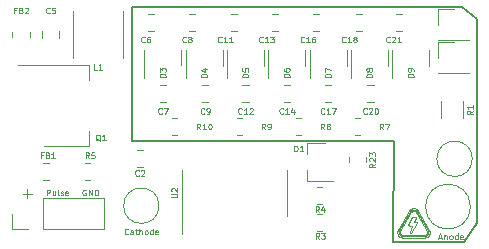
<source format=gto>
%TF.GenerationSoftware,KiCad,Pcbnew,5.99.0-unknown-50e22de3ba~95~ubuntu20.04.1*%
%TF.CreationDate,2021-01-19T20:46:23+09:00*%
%TF.ProjectId,OpenRover-4,4f70656e-526f-4766-9572-2d342e6b6963,rev?*%
%TF.SameCoordinates,Original*%
%TF.FileFunction,Legend,Top*%
%TF.FilePolarity,Positive*%
%FSLAX46Y46*%
G04 Gerber Fmt 4.6, Leading zero omitted, Abs format (unit mm)*
G04 Created by KiCad (PCBNEW 5.99.0-unknown-50e22de3ba~95~ubuntu20.04.1) date 2021-01-19 20:46:23*
%MOMM*%
%LPD*%
G01*
G04 APERTURE LIST*
%ADD10C,0.104000*%
%ADD11C,0.150000*%
%ADD12C,0.100000*%
%ADD13C,0.075000*%
%ADD14C,0.120000*%
G04 APERTURE END LIST*
D10*
X161436980Y-75498755D02*
X161437391Y-75502677D01*
X160887229Y-76750508D02*
X160887310Y-76747645D01*
X162376305Y-76752040D02*
X162376857Y-76735256D01*
X160271107Y-77071537D02*
X160281655Y-77072394D01*
X161067423Y-76205072D02*
X160854561Y-76205072D01*
X161100741Y-75475785D02*
X161101903Y-75473824D01*
X162590413Y-76813324D02*
X162585701Y-76841717D01*
X161015608Y-74764963D02*
X161028354Y-74758420D01*
X161151872Y-74718931D02*
X161166417Y-74716790D01*
X159861274Y-76813324D02*
X159858448Y-76784773D01*
X160887450Y-76756197D02*
X160887277Y-76753360D01*
X160902250Y-76792067D02*
X160900478Y-76789863D01*
X161548742Y-75926509D02*
X161550938Y-75930368D01*
X161547096Y-75996606D02*
X161003830Y-76787363D01*
X161611029Y-74935342D02*
X161611029Y-74935342D01*
X161268181Y-74843509D02*
X161257722Y-74842315D01*
X160933091Y-76812469D02*
X160931313Y-76811896D01*
X162411916Y-76932770D02*
X162423181Y-76914636D01*
X159917799Y-76533746D02*
X160840645Y-74935342D01*
X162593240Y-76784773D02*
X162590413Y-76813324D01*
X162333194Y-77161559D02*
X162320020Y-77167261D01*
X161101903Y-75473824D02*
X161103129Y-75471914D01*
X161302433Y-74944458D02*
X161294269Y-74942134D01*
X159988227Y-76796877D02*
X159991583Y-76817112D01*
X160214629Y-77192335D02*
X160186282Y-77185761D01*
X162270790Y-77049117D02*
X162289417Y-77040692D01*
X162466141Y-76756122D02*
X162465470Y-76735722D01*
X161099646Y-75477794D02*
X161100741Y-75475785D01*
X160954944Y-76814943D02*
X160951111Y-76815057D01*
X161110159Y-75463155D02*
X161111733Y-75461570D01*
X160791149Y-76133010D02*
X160791780Y-76129052D01*
X160854561Y-76205072D02*
X160854561Y-76205072D01*
X162533874Y-76533746D02*
X162548009Y-76560162D01*
X162287236Y-76932044D02*
X162299598Y-76920441D01*
X160229862Y-77064778D02*
X160240019Y-77066960D01*
X161377703Y-75443573D02*
X161381711Y-75443953D01*
X160790767Y-76136990D02*
X160791149Y-76133010D01*
X160273053Y-77199954D02*
X160243576Y-77197079D01*
X162211663Y-77066966D02*
X162231865Y-77062282D01*
X161423319Y-74758410D02*
X161448585Y-74771907D01*
X160335998Y-76995996D02*
X160335998Y-76995996D01*
X160969946Y-76812239D02*
X160966266Y-76813247D01*
X161142758Y-75444902D02*
X161144973Y-75444462D01*
X160144260Y-77031051D02*
X160153181Y-77036008D01*
X160922529Y-74831758D02*
X160933219Y-74822050D01*
X160110186Y-76865610D02*
X160114714Y-76873163D01*
X161252078Y-74934510D02*
X161243401Y-74933804D01*
X160039766Y-76932748D02*
X160045782Y-76941451D01*
X161410297Y-74899411D02*
X161401897Y-74893592D01*
X160028501Y-76597665D02*
X160018433Y-76616482D01*
X161098618Y-75479852D02*
X161098618Y-75479852D01*
X161363623Y-74972147D02*
X161356422Y-74967828D01*
X160275840Y-76989160D02*
X160284196Y-76990956D01*
X160105519Y-77155458D02*
X160080254Y-77141962D01*
X161547037Y-75996362D02*
X161547096Y-75996606D01*
X161437440Y-75041550D02*
X161432286Y-75034591D01*
X159933609Y-77003990D02*
X159917799Y-76978540D01*
X160823703Y-76197147D02*
X160820275Y-76195117D01*
X160791718Y-76152876D02*
X160791110Y-76148934D01*
X160094715Y-76636153D02*
X160088637Y-76652239D01*
X162200337Y-76982207D02*
X162216134Y-76976278D01*
X160807968Y-76184929D02*
X160805296Y-76181892D01*
X160904125Y-76794196D02*
X160902250Y-76792067D01*
X161451660Y-75063623D02*
X161447132Y-75056069D01*
X160152104Y-76920409D02*
X160158198Y-76926319D01*
X160929544Y-76811259D02*
X160927787Y-76810558D01*
X160200092Y-77056311D02*
X160209892Y-77059450D01*
X161518454Y-74822036D02*
X161539539Y-74841827D01*
X160790748Y-76144964D02*
X160790634Y-76140978D01*
X160888949Y-76736157D02*
X160889696Y-76733296D01*
X161463538Y-74947785D02*
X161456570Y-74940081D01*
X161140568Y-75445419D02*
X161142758Y-75444902D01*
X160906100Y-76796246D02*
X160904125Y-76794196D01*
X162533874Y-76978540D02*
X162526152Y-76991428D01*
D11*
X137414000Y-69000000D02*
X159529629Y-69000000D01*
D10*
X160980552Y-76807922D02*
X160977099Y-76809574D01*
X160962533Y-76814035D02*
X160958755Y-76814601D01*
X161349083Y-74963749D02*
X161341612Y-74959912D01*
X159857506Y-76756143D02*
X159858448Y-76727513D01*
X160302992Y-77073083D02*
X160302992Y-77073083D01*
X160864893Y-74897676D02*
X160873682Y-74885801D01*
X161556888Y-75946782D02*
X161557648Y-75951032D01*
X161243401Y-74933804D02*
X161234657Y-74933379D01*
X162246272Y-76961433D02*
X162260532Y-76952563D01*
X160892072Y-76775287D02*
X160891059Y-76772670D01*
X161285258Y-74716788D02*
X161314206Y-74721533D01*
X162265395Y-77185742D02*
X162251300Y-77189256D01*
X161033163Y-74905473D02*
X161017319Y-74918495D01*
X160816976Y-76192875D02*
X160813819Y-76190425D01*
X162465470Y-76735722D02*
X162463456Y-76715379D01*
X162423181Y-76597665D02*
X161500328Y-74999246D01*
X160302992Y-77200922D02*
X160302992Y-77200922D01*
X162368016Y-76668579D02*
X162363044Y-76652257D01*
X161390945Y-74991752D02*
X161384347Y-74986507D01*
X160119456Y-76880522D02*
X160124406Y-76887682D01*
X162306644Y-77172535D02*
X162293076Y-77177377D01*
X162399636Y-76949938D02*
X162411916Y-76932770D01*
X160922590Y-76808054D02*
X160919960Y-76806667D01*
X160250283Y-77068817D02*
X160260648Y-77070343D01*
X160926041Y-76809791D02*
X160924308Y-76808957D01*
X160028501Y-76914621D02*
X160028501Y-76914621D01*
X161426935Y-75027836D02*
X161421390Y-75021288D01*
X160118527Y-77014450D02*
X160126927Y-77020269D01*
X162509623Y-77016199D02*
X162500835Y-77028071D01*
X162460100Y-76817103D02*
X162463456Y-76796869D01*
X161105766Y-75468248D02*
X161107174Y-75466495D01*
X162150519Y-76993744D02*
X162167490Y-76990963D01*
X159996282Y-76675083D02*
X159991583Y-76695145D01*
X161431860Y-75533746D02*
X161431860Y-75533746D01*
X162472472Y-77061577D02*
X162462381Y-77072025D01*
X162395748Y-77126807D02*
X162383709Y-77134574D01*
X162170028Y-77072394D02*
X162191035Y-77070346D01*
X162463456Y-76715379D02*
X162460100Y-76695149D01*
X160840645Y-74935342D02*
X160840645Y-74935342D01*
X160792572Y-76156779D02*
X160791718Y-76152876D01*
X161041319Y-74752295D02*
X161054493Y-74746592D01*
X162322142Y-76894663D02*
X162332243Y-76880535D01*
X160131658Y-77167283D02*
X160105519Y-77155458D01*
X161539539Y-74841827D02*
X161559408Y-74863092D01*
X162451986Y-77082105D02*
X162441295Y-77091812D01*
X162320020Y-77167261D02*
X162306644Y-77172535D01*
X160110186Y-76865610D02*
X160110186Y-76865610D01*
X160895787Y-76782841D02*
X160894438Y-76780377D01*
X162115686Y-76995996D02*
X162133238Y-76995429D01*
X161404240Y-75451232D02*
X161407646Y-75453228D01*
X161338403Y-74860996D02*
X161328735Y-74857545D01*
X160190423Y-77052860D02*
X160200092Y-77056311D01*
X161370236Y-74736470D02*
X161397180Y-74746584D01*
X161174038Y-74938278D02*
X161157417Y-74942136D01*
X160158198Y-76926319D02*
X160164465Y-76932011D01*
X161456570Y-74940081D02*
X161449379Y-74932635D01*
X161393363Y-75446555D02*
X161397088Y-75447891D01*
X161277651Y-74938276D02*
X161269208Y-74936749D01*
X161001441Y-76790623D02*
X160998882Y-76793691D01*
X161547037Y-75996362D02*
X161547037Y-75996362D01*
X161483045Y-74972415D02*
X161476782Y-74963956D01*
X162423181Y-76914636D02*
X162433250Y-76895802D01*
X161476782Y-74963956D02*
X161470277Y-74955745D01*
X162372234Y-76981262D02*
X162386393Y-76966111D01*
X160889696Y-76733296D02*
X160890581Y-76730447D01*
X161110068Y-74959917D02*
X161095256Y-74967834D01*
X159858448Y-76784773D02*
X159857506Y-76756143D01*
X162407535Y-77118643D02*
X162395748Y-77126807D01*
X161318935Y-74854405D02*
X161309010Y-74851581D01*
X162423181Y-76914636D02*
X162423181Y-76914636D01*
X161553357Y-75984796D02*
X161551534Y-75988763D01*
X160951111Y-76815057D02*
X160951111Y-76815057D01*
X160074823Y-76735233D02*
X160075376Y-76752019D01*
X161347935Y-74864756D02*
X161338403Y-74860996D01*
X161356422Y-74967828D02*
X161349083Y-74963749D01*
X162222643Y-77194921D02*
X162208098Y-77197062D01*
X160079446Y-76981230D02*
X160086853Y-76988413D01*
X161558119Y-75955310D02*
X161558300Y-75959601D01*
X160850468Y-76204942D02*
X160846422Y-76204554D01*
X162449360Y-76857012D02*
X162455401Y-76837169D01*
X161527408Y-75905363D02*
X161531004Y-75907702D01*
X162163702Y-77200664D02*
X162148678Y-77200906D01*
X161334012Y-74956320D02*
X161326289Y-74952975D01*
X161225838Y-74840768D02*
X161225838Y-74840768D01*
X162349784Y-76620355D02*
X162341497Y-76604868D01*
X161370680Y-74976701D02*
X161363623Y-74972147D01*
X161225838Y-74840768D02*
X161225838Y-74840768D01*
X160235557Y-76976258D02*
X160243398Y-76979351D01*
X161373650Y-75443445D02*
X161377703Y-75443573D01*
X162184109Y-76987109D02*
X162200337Y-76982207D01*
X161095256Y-74967834D02*
X161080996Y-74976707D01*
X159903668Y-76560162D02*
X159917799Y-76533746D01*
X160890581Y-76730447D02*
X160890581Y-76730447D01*
X161494368Y-75896173D02*
X161494368Y-75896173D01*
X160958755Y-76814601D02*
X160954944Y-76814943D01*
X161384347Y-74986507D02*
X161377590Y-74981489D01*
X161550938Y-75930368D02*
X161552863Y-75934354D01*
X160805296Y-76181892D02*
X160802806Y-76178672D01*
X160318446Y-76995428D02*
X160327191Y-76995854D01*
X161122939Y-74857529D02*
X161103738Y-74864735D01*
X161142664Y-74851570D02*
X161122939Y-74857529D01*
X161549427Y-75992623D02*
X161547037Y-75996362D01*
X159861274Y-76698962D02*
X159865984Y-76670570D01*
X161225849Y-74933237D02*
X161208294Y-74933805D01*
X161426531Y-74911886D02*
X161418510Y-74905510D01*
X161503158Y-75896777D02*
X161507453Y-75897522D01*
X161081438Y-74736476D02*
X161095191Y-74732072D01*
X161419898Y-75463244D02*
X161422567Y-75466230D01*
X161472908Y-74787037D02*
X161496221Y-74803760D01*
X160820275Y-76195117D02*
X160816976Y-76192875D01*
X161409742Y-75008823D02*
X161403648Y-75002913D01*
X160910343Y-76800094D02*
X160908173Y-76798213D01*
X161126039Y-75451082D02*
X161128016Y-75450062D01*
X160888171Y-76761807D02*
X160887749Y-76759014D01*
X160962613Y-74981094D02*
X160951347Y-74999231D01*
X160281655Y-77072394D02*
X160292285Y-77072910D01*
X160259413Y-76984775D02*
X160267578Y-76987099D01*
X160889378Y-76767309D02*
X160888715Y-76764574D01*
X162357209Y-76995362D02*
X162372234Y-76981262D01*
X161555838Y-75942576D02*
X161556888Y-75946782D01*
X159986213Y-76776530D02*
X159988227Y-76796877D01*
X161130028Y-75449110D02*
X161132075Y-75448228D01*
X161103738Y-74864735D02*
X161085112Y-74873161D01*
X160940273Y-76814161D02*
X160938470Y-76813825D01*
X161234657Y-74933379D02*
X161225849Y-74933237D01*
X160075376Y-76718447D02*
X160074823Y-76735233D01*
X161156338Y-75443445D02*
X161156338Y-75443445D01*
X161138402Y-75446011D02*
X161140568Y-75445419D01*
X161537700Y-75913093D02*
X161540774Y-75916129D01*
X160158602Y-77177398D02*
X160131658Y-77167283D01*
X160267578Y-76987099D02*
X160275840Y-76989160D01*
X161002294Y-74932597D02*
X160988135Y-74947749D01*
X160908173Y-76798213D02*
X160906100Y-76796246D01*
X159865984Y-76841717D02*
X159861274Y-76813324D01*
X162518066Y-77003983D02*
X162509623Y-77016199D01*
X160936671Y-76813432D02*
X160934878Y-76812981D01*
X161149466Y-75443814D02*
X161151740Y-75443610D01*
X160842433Y-76203916D02*
X160838510Y-76203031D01*
X159891421Y-76587131D02*
X159903668Y-76560162D01*
X160873682Y-74885801D02*
X160882809Y-74874276D01*
X161431860Y-75533746D02*
X161267559Y-75896173D01*
X162463456Y-76796869D02*
X162465470Y-76776523D01*
X161500328Y-74999246D02*
X161494824Y-74990064D01*
X161427360Y-75472742D02*
X161429451Y-75476224D01*
X161415658Y-75014949D02*
X161409742Y-75008823D01*
X160129559Y-76894642D02*
X160134911Y-76901397D01*
X162570624Y-76897711D02*
X162560259Y-76925155D01*
X160102293Y-77001977D02*
X160110314Y-77008352D01*
X160973560Y-76811014D02*
X160969946Y-76812239D01*
X162341497Y-76604883D02*
X161866972Y-75782968D01*
X160951347Y-74999231D02*
X160028501Y-76597665D01*
X161866972Y-75782968D02*
X161866972Y-75782968D01*
X160327191Y-76995854D02*
X160335998Y-76995996D01*
X160802806Y-76178672D02*
X160800510Y-76175272D01*
X159881058Y-76897711D02*
X159872579Y-76869872D01*
X161144973Y-75444462D02*
X161147209Y-75444099D01*
X160902043Y-74852290D02*
X160912134Y-74841840D01*
X160212763Y-76965484D02*
X160220234Y-76969321D01*
X161434295Y-75487207D02*
X161435431Y-75491008D01*
X162455401Y-76675089D02*
X162449360Y-76655254D01*
X160966978Y-74795215D02*
X160978765Y-74787050D01*
X160184256Y-76947744D02*
X160191165Y-76952532D01*
X161511664Y-75898551D02*
X161515777Y-75899857D01*
X162526152Y-76991428D02*
X162518066Y-77003983D01*
X161147209Y-75444099D02*
X161149466Y-75443814D01*
X161191010Y-74935493D02*
X161174038Y-74938278D01*
X160114714Y-76873163D02*
X160119456Y-76880522D01*
X159858448Y-76727513D02*
X159861274Y-76698962D01*
X160791110Y-76148934D02*
X160790748Y-76144964D01*
X160171503Y-77045036D02*
X160180891Y-77049100D01*
X161030287Y-75021293D02*
X161019393Y-75034596D01*
X162293076Y-77177377D02*
X162279323Y-77181780D01*
X160974892Y-74963924D02*
X160962613Y-74981094D01*
X162311247Y-76907973D02*
X162322142Y-76894663D01*
X160887277Y-76753360D02*
X160887229Y-76750508D01*
X162251590Y-77056323D02*
X162270790Y-77049117D01*
X160912609Y-76801883D02*
X160910343Y-76800094D01*
X160990292Y-76801717D02*
X160987159Y-76803991D01*
X161403648Y-75002913D02*
X161397380Y-74997222D01*
X160284196Y-76990956D02*
X160292639Y-76992484D01*
X160912134Y-74841840D02*
X160922529Y-74831758D01*
D11*
X159494371Y-77589568D02*
X165471000Y-77580787D01*
D10*
X161534440Y-75910281D02*
X161537700Y-75913093D01*
X160164465Y-76932011D02*
X160170901Y-76937481D01*
X162148678Y-77200906D02*
X162148678Y-77200922D01*
X160887310Y-76747645D02*
X160887521Y-76744774D01*
X161500328Y-74999246D02*
X161500328Y-74999246D01*
X162383709Y-77134574D02*
X162371425Y-77141937D01*
X161267559Y-75896173D02*
X161267559Y-75896173D01*
X161558193Y-75963892D02*
X161557799Y-75968165D01*
X160914968Y-76803578D02*
X160912609Y-76801883D01*
X160227834Y-76972913D02*
X160235557Y-76976258D01*
X161611029Y-74935342D02*
X162533874Y-76533746D01*
X161141189Y-74947044D02*
X161125392Y-74952979D01*
X159865984Y-76670570D02*
X159872579Y-76642414D01*
X162560259Y-76925155D02*
X162548009Y-76952124D01*
X161401897Y-74893592D02*
X161393318Y-74888057D01*
X160892265Y-74863103D02*
X160902043Y-74852290D01*
X159988227Y-76715377D02*
X159986213Y-76735723D01*
X161019393Y-75034596D02*
X161009292Y-75048713D01*
X160083664Y-76801911D02*
X160088637Y-76818232D01*
X161225838Y-74840768D02*
X161204501Y-74841458D01*
X161120343Y-75454542D02*
X161122201Y-75453323D01*
X161341612Y-74959912D02*
X161334012Y-74956320D01*
D11*
X137414000Y-69000000D02*
X137414000Y-57658000D01*
D10*
X162356975Y-76834326D02*
X162363051Y-76818241D01*
X160094715Y-76834319D02*
X160101898Y-76850128D01*
X162533874Y-76533746D02*
X162533874Y-76533746D01*
X161381711Y-75443953D02*
X161385664Y-75444581D01*
X161067108Y-74882778D02*
X161049775Y-74893558D01*
X161557799Y-75968165D02*
X161557117Y-75972407D01*
X161115034Y-75458576D02*
X161116758Y-75457169D01*
X161397380Y-74997222D02*
X161390945Y-74991752D01*
X160220234Y-76969321D02*
X160227834Y-76972913D01*
X159872579Y-76869872D02*
X159865984Y-76841717D01*
X161098618Y-75479852D02*
X161099646Y-75477794D01*
X162279323Y-77181780D02*
X162265395Y-77185742D01*
X162491707Y-77039595D02*
X162482250Y-77050765D01*
X160813819Y-76190425D02*
X160810812Y-76187775D01*
X159969426Y-77050783D02*
X159950841Y-77028085D01*
X161407646Y-75453228D02*
X161410925Y-75455432D01*
X162433250Y-76895802D02*
X162441976Y-76876575D01*
X161151740Y-75443610D02*
X161154032Y-75443486D01*
X162358906Y-77148892D02*
X162346159Y-77155435D01*
X161132075Y-75448228D02*
X161134154Y-75447417D01*
X162386393Y-76966111D02*
X162399636Y-76949938D01*
X160798436Y-76171750D02*
X160796604Y-76168127D01*
X160205424Y-76961404D02*
X160212763Y-76965484D01*
X160080254Y-77141962D02*
X160055930Y-77126833D01*
X160796810Y-76113672D02*
X160796810Y-76113672D01*
X162299598Y-76920441D02*
X162311247Y-76907973D01*
X162324753Y-77020297D02*
X162341365Y-77008383D01*
X160101898Y-76620347D02*
X160094715Y-76636153D01*
X159917799Y-76978540D02*
X159903668Y-76952124D01*
X161294269Y-74942134D02*
X161286006Y-74940073D01*
X161003830Y-76787363D02*
X161001441Y-76790623D01*
X161113358Y-75460044D02*
X161115034Y-75458576D01*
X160032617Y-77110111D02*
X160010383Y-77091836D01*
X160996164Y-76796565D02*
X160993297Y-76799241D01*
X159985542Y-76756126D02*
X159986213Y-76776530D01*
X162167490Y-76990963D02*
X162184109Y-76987109D01*
X162346159Y-77155435D02*
X162333194Y-77161559D01*
X161181094Y-74715115D02*
X161195896Y-74713913D01*
X162341511Y-76865610D02*
X162341511Y-76865610D01*
X160124406Y-76887682D02*
X160129559Y-76894642D01*
X162460100Y-76695149D02*
X162455401Y-76675089D01*
X162307420Y-77031076D02*
X162324753Y-77020297D01*
X160840645Y-74935342D02*
X160848366Y-74922451D01*
X161255779Y-74713913D02*
X161285258Y-74716788D01*
X160094471Y-76995330D02*
X160102293Y-77001977D01*
X162441976Y-76876575D02*
X162449360Y-76857012D01*
X160966266Y-76813247D02*
X160962533Y-76814035D01*
X160800510Y-76175272D02*
X160798436Y-76171750D01*
X160856452Y-74909894D02*
X160864893Y-74897676D01*
X160924308Y-76808957D02*
X160922590Y-76808054D01*
X159903668Y-76952124D02*
X159891421Y-76925155D01*
X161000025Y-75063623D02*
X160110186Y-76604868D01*
X161000025Y-75063623D02*
X161000025Y-75063623D01*
X160018433Y-76616482D02*
X160009707Y-76635695D01*
X161166417Y-74716790D02*
X161181094Y-74715115D01*
X162594182Y-76756143D02*
X162593240Y-76784773D01*
X160260648Y-77070343D02*
X160271107Y-77071537D01*
X160110186Y-76604868D02*
X160101898Y-76620347D01*
X160922590Y-76808054D02*
X160922590Y-76808054D01*
X162465470Y-76776523D02*
X162466141Y-76756122D01*
D11*
X166597000Y-75992000D02*
X165471000Y-77580787D01*
D10*
X160838510Y-76203031D02*
X160834666Y-76201907D01*
X161507453Y-75897522D02*
X161511664Y-75898551D01*
X160302992Y-77200922D02*
X160273053Y-77199954D01*
X161085112Y-74873161D02*
X161067108Y-74882778D01*
X160079796Y-76785404D02*
X160083664Y-76801911D01*
X160988135Y-74947749D02*
X160974892Y-74963924D01*
X162560259Y-76587131D02*
X162570624Y-76614575D01*
X160009707Y-76876577D02*
X160018433Y-76895796D01*
X161328735Y-74857545D02*
X161318935Y-74854405D01*
X160793793Y-76121247D02*
X160795176Y-76117424D01*
X162148678Y-77200906D02*
X162148678Y-77200906D01*
X162148691Y-77073083D02*
X162148691Y-77073083D01*
X162455401Y-76837169D02*
X162460100Y-76817103D01*
X160887864Y-76741900D02*
X160888339Y-76739026D01*
X161288809Y-74846893D02*
X161278545Y-74845036D01*
X160146188Y-76914284D02*
X160152104Y-76920409D01*
X160796810Y-76113672D02*
X161098618Y-75479852D01*
X161550938Y-75930368D02*
X161550938Y-75930368D01*
X161017319Y-74918495D02*
X161002294Y-74932597D01*
X160942079Y-76814441D02*
X160940273Y-76814161D01*
X161554896Y-75980738D02*
X161553357Y-75984796D01*
X160790634Y-76140978D02*
X160790767Y-76136990D01*
X161437484Y-75510564D02*
X161437164Y-75514506D01*
X162433250Y-76616486D02*
X162423181Y-76597665D01*
X161866972Y-75782968D02*
X161451660Y-75063623D01*
X160955452Y-74803773D02*
X160966978Y-74795215D01*
X162376857Y-76735256D02*
X162376304Y-76718471D01*
X161437560Y-75506618D02*
X161437484Y-75510564D01*
X159989296Y-77072047D02*
X159969426Y-77050783D01*
X161125392Y-74952979D02*
X161110068Y-74959917D01*
X161154032Y-75443486D02*
X161156338Y-75443445D01*
X161225849Y-74933237D02*
X161225849Y-74933237D01*
X162579105Y-76869872D02*
X162570624Y-76897711D01*
X160888339Y-76739026D02*
X160888949Y-76736157D01*
X160209892Y-77059450D02*
X160219817Y-77062273D01*
X160309769Y-76994723D02*
X160318446Y-76995428D01*
X161437391Y-75502677D02*
X161437560Y-75506618D01*
X160848366Y-74922451D02*
X160856452Y-74909894D01*
X161384565Y-74882808D02*
X161375644Y-74877850D01*
X161373650Y-75443445D02*
X161373650Y-75443445D01*
X159917799Y-76978540D02*
X159917799Y-76978540D01*
X162332243Y-76880535D02*
X162341511Y-76865610D01*
X160162264Y-77040671D02*
X160171503Y-77045036D01*
X162148678Y-77200922D02*
X160302992Y-77200922D01*
X161448585Y-74771907D02*
X161472908Y-74787037D01*
X162449360Y-76655254D02*
X162441976Y-76635701D01*
X161498792Y-75896325D02*
X161503158Y-75896777D01*
X159986213Y-76735723D02*
X159985542Y-76756126D01*
X160977099Y-76809574D02*
X160973560Y-76811014D01*
X161393318Y-74888057D02*
X161384565Y-74882808D01*
X160083664Y-76668557D02*
X160079796Y-76685063D01*
X160058548Y-76958121D02*
X160065287Y-76966080D01*
X162585701Y-76841717D02*
X162579105Y-76869872D01*
X160088637Y-76652239D02*
X160083664Y-76668557D01*
X160917419Y-76805174D02*
X160914968Y-76803578D01*
X161433417Y-75529998D02*
X161431860Y-75533746D01*
X161122201Y-75453323D02*
X161124101Y-75452169D01*
X161540774Y-75916129D02*
X161543647Y-75919382D01*
X162430317Y-77101141D02*
X162419061Y-77110086D01*
X161531004Y-75907702D02*
X161534440Y-75910281D01*
X161009292Y-75048713D02*
X161000025Y-75063623D01*
X161095191Y-74732072D02*
X161109119Y-74728111D01*
X160075376Y-76752019D02*
X160077033Y-76768758D01*
X160810812Y-76187775D02*
X160807968Y-76184929D01*
X161551534Y-75988763D02*
X161549427Y-75992623D01*
X160897244Y-76785246D02*
X160895787Y-76782841D01*
X160028501Y-76914621D02*
X160034004Y-76923803D01*
X160243576Y-77197079D02*
X160214629Y-77192335D01*
X161103129Y-75471914D02*
X161104417Y-75470055D01*
X159950841Y-77028085D02*
X159933609Y-77003990D01*
X161470277Y-74955745D02*
X161463538Y-74947785D01*
X162349795Y-76850131D02*
X162356975Y-76834326D01*
X161523662Y-75903270D02*
X161527408Y-75905363D01*
X160888715Y-76764574D02*
X160888171Y-76761807D01*
X162419061Y-77110086D02*
X162407535Y-77118643D01*
X161557117Y-75972407D02*
X161556149Y-75976603D01*
X161136263Y-75446678D02*
X161138402Y-75446011D01*
X160009707Y-76635695D02*
X160002323Y-76655247D01*
X161108639Y-75464797D02*
X161110159Y-75463155D01*
X162371887Y-76785420D02*
X162374649Y-76768777D01*
X160978765Y-74787050D02*
X160990804Y-74779283D01*
X160987159Y-76803991D02*
X160983909Y-76806060D01*
X162274200Y-76942759D02*
X162287236Y-76932044D01*
X161442390Y-75048711D02*
X161437440Y-75041550D01*
X160931313Y-76811896D02*
X160929544Y-76811259D01*
X161210813Y-74713188D02*
X161225838Y-74712946D01*
X162441295Y-77091812D02*
X162430317Y-77101141D01*
X160944196Y-74812720D02*
X160955452Y-74803773D01*
X161434353Y-74918534D02*
X161426531Y-74911886D01*
X160292639Y-76992484D02*
X160301165Y-76993741D01*
X162585701Y-76670570D02*
X162590413Y-76698962D01*
X160018433Y-76895796D02*
X160028501Y-76914621D01*
X159881058Y-76614575D02*
X159891421Y-76587131D01*
X162371425Y-77141937D02*
X162358906Y-77148892D01*
X160943887Y-76814667D02*
X160942079Y-76814441D01*
X160882809Y-74874276D02*
X160892265Y-74863103D01*
X162208098Y-77197062D02*
X162193420Y-77198737D01*
X160945696Y-76814840D02*
X160943887Y-76814667D01*
X161543647Y-75919382D02*
X161546308Y-75922844D01*
X160055930Y-77126833D02*
X160032617Y-77110111D01*
D11*
X166604000Y-58658000D02*
X166597000Y-75992000D01*
D10*
X160854561Y-76205072D02*
X160850468Y-76204942D01*
X161137468Y-74721535D02*
X161151872Y-74718931D01*
X161118528Y-75455824D02*
X161120343Y-75454542D01*
X161494824Y-74990064D02*
X161489061Y-74981119D01*
X160110314Y-77008352D02*
X160118527Y-77014450D01*
X162193420Y-77198737D02*
X162178619Y-77199939D01*
X160890160Y-76770009D02*
X160889378Y-76767309D01*
D11*
X165354000Y-57658000D02*
X137414000Y-57658000D01*
D10*
X160191165Y-76952532D02*
X160198223Y-76957086D01*
X160243398Y-76979351D02*
X160251351Y-76982191D01*
X161225838Y-74712946D02*
X161255779Y-74713913D01*
X162251300Y-77189256D02*
X162237046Y-77192317D01*
X162462381Y-77072025D02*
X162451986Y-77082105D01*
X161183494Y-74843506D02*
X161162865Y-74846886D01*
X161389552Y-75445450D02*
X161393363Y-75446555D01*
X160990804Y-74779283D02*
X161003088Y-74771919D01*
X161357323Y-74868821D02*
X161347935Y-74864756D01*
X161107174Y-75466495D02*
X161108639Y-75464797D01*
X161577991Y-74885793D02*
X161595221Y-74909889D01*
X161434725Y-75526189D02*
X161433417Y-75529998D01*
X160002323Y-76857018D02*
X160009707Y-76876577D01*
X161417061Y-75460446D02*
X161419898Y-75463244D01*
X161552863Y-75934354D02*
X161554496Y-75938428D01*
X161366561Y-74873187D02*
X161357323Y-74868821D01*
X161134154Y-75447417D02*
X161136263Y-75446678D01*
X161342555Y-74728106D02*
X161370236Y-74736470D01*
X161515777Y-75899857D02*
X161519781Y-75901432D01*
X160170901Y-76937481D02*
X160177499Y-76942726D01*
X162231459Y-76969346D02*
X162246272Y-76961433D01*
X161195896Y-74713913D02*
X161210813Y-74713188D01*
X161377590Y-74981489D02*
X161370680Y-74976701D01*
X161028354Y-74758420D02*
X161041319Y-74752295D01*
X162341497Y-76604868D02*
X162341497Y-76604883D01*
X161269208Y-74936749D02*
X161260682Y-74935492D01*
X162590413Y-76698962D02*
X162593240Y-76727513D01*
X162548009Y-76952124D02*
X162533874Y-76978540D01*
X161410925Y-75455432D02*
X161414067Y-75457840D01*
X159991583Y-76695145D02*
X159988227Y-76715377D01*
X161429451Y-75476224D02*
X161431304Y-75479803D01*
X159991583Y-76817112D02*
X159996282Y-76837178D01*
X160101898Y-76850128D02*
X160110186Y-76865610D01*
X160292285Y-77072910D02*
X160302992Y-77073083D01*
X160153181Y-77036008D02*
X160162264Y-77040671D01*
X161385664Y-75444581D02*
X161389552Y-75445450D01*
X161278545Y-74845036D02*
X161268181Y-74843509D01*
X161128016Y-75450062D02*
X161130028Y-75449110D01*
X162363044Y-76652257D02*
X162356967Y-76636167D01*
X161204501Y-74841458D02*
X161183494Y-74843506D01*
X160028501Y-76597665D02*
X160028501Y-76597665D01*
X161267559Y-75896173D02*
X161494368Y-75896173D01*
X162374646Y-76701733D02*
X162371884Y-76685086D01*
X160002323Y-76655247D02*
X159996282Y-76675083D01*
X160834666Y-76201907D02*
X160830909Y-76200547D01*
X160134911Y-76901397D02*
X160140455Y-76907945D01*
X161558300Y-75959601D02*
X161558193Y-75963892D01*
X161432919Y-75483468D02*
X161434295Y-75487207D01*
X161559408Y-74863092D02*
X161577991Y-74885793D01*
X162231865Y-77062282D02*
X162251590Y-77056323D01*
X160998882Y-76793691D02*
X160996164Y-76796565D01*
X161260682Y-74935492D02*
X161252078Y-74934510D01*
X161309010Y-74851581D02*
X161298966Y-74849076D01*
X159996282Y-76837178D02*
X160002323Y-76857018D01*
X160110186Y-76604868D02*
X160110186Y-76604868D01*
X160086853Y-76988413D02*
X160094471Y-76995330D01*
X161310495Y-74947041D02*
X161302433Y-74944458D01*
X160177499Y-76942726D02*
X160184256Y-76947744D01*
X161431304Y-75479803D02*
X161432919Y-75483468D01*
X160983909Y-76806060D02*
X160980552Y-76807922D01*
X160893199Y-76777858D02*
X160892072Y-76775287D01*
X161162865Y-74846886D02*
X161142664Y-74851570D01*
X161451660Y-75063623D02*
X161451660Y-75063623D01*
X161067869Y-74741318D02*
X161081438Y-74736476D01*
X162570624Y-76614575D02*
X162579105Y-76642414D01*
X160900478Y-76789863D02*
X160898808Y-76787588D01*
X160065287Y-76966080D02*
X160072255Y-76973784D01*
X162341511Y-76865610D02*
X162349795Y-76850131D01*
X160891059Y-76772670D02*
X160890160Y-76770009D01*
X161123215Y-74724597D02*
X161137468Y-74721535D01*
X160791780Y-76129052D02*
X160792661Y-76125126D01*
X161436598Y-75518431D02*
X161435785Y-75522330D01*
X161494368Y-75896173D02*
X161498792Y-75896325D01*
X161427360Y-75472742D02*
X161427360Y-75472742D01*
X160301165Y-76993741D02*
X160309769Y-76994723D01*
X162423181Y-76597665D02*
X162423181Y-76597665D01*
X161054296Y-74997229D02*
X161041935Y-75008830D01*
X160240019Y-77066960D02*
X160250283Y-77068817D01*
X161326289Y-74952975D02*
X161318449Y-74949881D01*
X160045782Y-76941451D02*
X160052044Y-76949910D01*
X160079796Y-76685063D02*
X160077033Y-76701708D01*
X161375644Y-74877850D02*
X161366561Y-74873187D01*
X161425058Y-75469398D02*
X161427360Y-75472742D01*
X161104417Y-75470055D02*
X161105766Y-75468248D01*
X160796604Y-76168127D02*
X160795016Y-76164417D01*
X160894438Y-76780377D02*
X160893199Y-76777858D01*
X161557648Y-75951032D02*
X161558119Y-75955310D01*
X160919960Y-76806667D02*
X160917419Y-76805174D01*
X161314206Y-74721533D02*
X161342555Y-74728106D01*
X160927787Y-76810558D02*
X160926041Y-76809791D01*
X161432286Y-75034591D02*
X161426935Y-75027836D01*
X161003088Y-74771919D02*
X161015608Y-74764963D01*
X161447132Y-75056069D02*
X161442390Y-75048711D01*
X160949309Y-76815034D02*
X160947503Y-76814962D01*
X162500835Y-77028071D02*
X162491707Y-77039595D01*
X160993297Y-76799241D02*
X160990292Y-76801717D01*
X162341497Y-76604868D02*
X162341497Y-76604868D01*
X159891421Y-76925155D02*
X159881058Y-76897711D01*
X160034004Y-76923803D02*
X160039766Y-76932748D01*
X161496221Y-74803760D02*
X161518454Y-74822036D01*
X161449379Y-74932635D02*
X161441971Y-74925452D01*
X161422567Y-75466230D02*
X161425058Y-75469398D01*
D11*
X159529629Y-69000000D02*
X159494371Y-77589568D01*
D10*
X160010383Y-77091836D02*
X159989296Y-77072047D01*
X162548009Y-76560162D02*
X162560259Y-76587131D01*
X162482250Y-77050765D02*
X162472472Y-77061577D01*
X160335998Y-76995996D02*
X162115686Y-76995996D01*
X161041935Y-75008830D02*
X161030287Y-75021293D01*
X161421390Y-75021288D02*
X161415658Y-75014949D01*
X160302992Y-77073083D02*
X162148691Y-77073083D01*
X160934878Y-76812981D02*
X160933091Y-76812469D01*
X161111733Y-75461570D02*
X161113358Y-75460044D01*
X161436326Y-75494862D02*
X161436980Y-75498755D01*
X160135506Y-77025804D02*
X160144260Y-77031051D01*
X160898808Y-76787588D02*
X160897244Y-76785246D01*
X160846422Y-76204554D02*
X160842433Y-76203916D01*
X160077033Y-76768758D02*
X160079796Y-76785404D01*
X162533874Y-76978540D02*
X162533874Y-76978540D01*
X160077033Y-76701708D02*
X160075376Y-76718447D01*
X161225838Y-74712946D02*
X161225838Y-74712946D01*
X161157417Y-74942136D02*
X161141189Y-74947044D01*
X162441976Y-76635701D02*
X162433250Y-76616486D01*
X162289417Y-77040692D02*
X162307420Y-77031076D01*
X161049775Y-74893558D02*
X161033163Y-74905473D01*
X161286006Y-74940073D02*
X161277651Y-74938276D01*
X161156338Y-75443445D02*
X161373650Y-75443445D01*
X162237046Y-77192317D02*
X162222643Y-77194921D01*
X160800510Y-76175272D02*
X160800510Y-76175272D01*
X162260532Y-76952563D02*
X162274200Y-76942759D01*
X161109119Y-74728111D02*
X161123215Y-74724597D01*
X160251351Y-76982191D02*
X160259413Y-76984775D01*
X160795016Y-76164417D02*
X160793672Y-76160630D01*
X160951347Y-74999231D02*
X160951347Y-74999231D01*
X160827252Y-76198959D02*
X160823703Y-76197147D01*
X162115686Y-76995996D02*
X162115686Y-76995996D01*
X161546308Y-75922844D02*
X161548742Y-75926509D01*
X161003830Y-76787363D02*
X161003830Y-76787363D01*
X161595221Y-74909889D02*
X161611029Y-74935342D01*
X162368021Y-76801924D02*
X162371887Y-76785420D01*
X160126927Y-77020269D02*
X160135506Y-77025804D01*
X160795176Y-76117424D02*
X160796810Y-76113672D01*
X160947503Y-76814962D02*
X160945696Y-76814840D01*
X162376304Y-76718471D02*
X162374646Y-76701733D01*
X161556149Y-75976603D02*
X161554896Y-75980738D01*
X161437164Y-75514506D02*
X161436598Y-75518431D01*
X161519781Y-75901432D02*
X161523662Y-75903270D01*
X161208294Y-74933805D02*
X161191010Y-74935493D01*
X161067423Y-76205072D02*
X161067423Y-76205072D01*
X161397180Y-74746584D02*
X161423319Y-74758410D01*
X159872579Y-76642414D02*
X159881058Y-76614575D01*
X161400717Y-75449452D02*
X161404240Y-75451232D01*
X161489061Y-74981119D02*
X161483045Y-74972415D01*
X160792661Y-76125126D02*
X160793793Y-76121247D01*
X162363051Y-76818241D02*
X162368021Y-76801924D01*
X160890581Y-76730447D02*
X161067423Y-76205072D01*
X162191035Y-77070346D02*
X162211663Y-77066966D01*
X160180891Y-77049100D02*
X160190423Y-77052860D01*
X161054493Y-74746592D02*
X161067869Y-74741318D01*
X160951111Y-76815057D02*
X160949309Y-76815034D01*
X161298966Y-74849076D02*
X161288809Y-74846893D01*
X160140455Y-76907945D02*
X160146188Y-76914284D01*
X161418510Y-74905510D02*
X161410297Y-74899411D01*
X162579105Y-76642414D02*
X162585701Y-76670570D01*
X162371884Y-76685086D02*
X162368016Y-76668579D01*
X161397088Y-75447891D02*
X161400717Y-75449452D01*
X162356967Y-76636167D02*
X162349784Y-76620355D01*
X161124101Y-75452169D02*
X161126039Y-75451082D01*
X160219817Y-77062273D02*
X160229862Y-77064778D01*
X160198223Y-76957086D02*
X160205424Y-76961404D01*
X160830909Y-76200547D02*
X160827252Y-76198959D01*
X161414067Y-75457840D02*
X161417061Y-75460446D01*
X160052044Y-76949910D02*
X160058548Y-76958121D01*
X159917799Y-76533746D02*
X159917799Y-76533746D01*
X161441971Y-74925452D02*
X161434353Y-74918534D01*
X161116758Y-75457169D02*
X161118528Y-75455824D01*
X161067330Y-74986514D02*
X161054296Y-74997229D01*
X160887749Y-76759014D02*
X160887450Y-76756197D01*
X160186282Y-77185761D02*
X160158602Y-77177398D01*
X161435785Y-75522330D02*
X161434725Y-75526189D01*
X162216134Y-76976278D02*
X162231459Y-76969346D01*
X161080996Y-74976707D02*
X161067330Y-74986514D01*
X160072255Y-76973784D02*
X160079446Y-76981230D01*
X161236544Y-74840941D02*
X161225838Y-74840768D01*
X162133238Y-76995429D02*
X162150519Y-76993744D01*
D11*
X165354000Y-57658000D02*
X166604000Y-58658000D01*
D10*
X162374649Y-76768777D02*
X162376305Y-76752040D01*
X161435431Y-75491008D02*
X161436326Y-75494862D01*
X161554496Y-75938428D02*
X161555838Y-75942576D01*
X160933219Y-74822050D02*
X160944196Y-74812720D01*
X160938470Y-76813825D02*
X160936671Y-76813432D01*
X161257722Y-74842315D02*
X161247174Y-74841458D01*
X161318449Y-74949881D02*
X161310495Y-74947041D01*
X160088637Y-76818232D02*
X160094715Y-76834319D01*
X162341365Y-77008383D02*
X162357209Y-76995362D01*
X160793672Y-76160630D02*
X160792572Y-76156779D01*
X161247174Y-74841458D02*
X161236544Y-74840941D01*
X160887521Y-76744774D02*
X160887864Y-76741900D01*
X162593240Y-76727513D02*
X162594182Y-76756143D01*
X162148691Y-77073083D02*
X162170028Y-77072394D01*
X162178619Y-77199939D02*
X162163702Y-77200664D01*
D12*
X128143047Y-73477428D02*
X128904952Y-73477428D01*
X128524000Y-73858380D02*
X128524000Y-73096476D01*
X130159238Y-73632190D02*
X130159238Y-73132190D01*
X130349714Y-73132190D01*
X130397333Y-73156000D01*
X130421142Y-73179809D01*
X130444952Y-73227428D01*
X130444952Y-73298857D01*
X130421142Y-73346476D01*
X130397333Y-73370285D01*
X130349714Y-73394095D01*
X130159238Y-73394095D01*
X130873523Y-73298857D02*
X130873523Y-73632190D01*
X130659238Y-73298857D02*
X130659238Y-73560761D01*
X130683047Y-73608380D01*
X130730666Y-73632190D01*
X130802095Y-73632190D01*
X130849714Y-73608380D01*
X130873523Y-73584571D01*
X131183047Y-73632190D02*
X131135428Y-73608380D01*
X131111619Y-73560761D01*
X131111619Y-73132190D01*
X131349714Y-73608380D02*
X131397333Y-73632190D01*
X131492571Y-73632190D01*
X131540190Y-73608380D01*
X131564000Y-73560761D01*
X131564000Y-73536952D01*
X131540190Y-73489333D01*
X131492571Y-73465523D01*
X131421142Y-73465523D01*
X131373523Y-73441714D01*
X131349714Y-73394095D01*
X131349714Y-73370285D01*
X131373523Y-73322666D01*
X131421142Y-73298857D01*
X131492571Y-73298857D01*
X131540190Y-73322666D01*
X131968761Y-73608380D02*
X131921142Y-73632190D01*
X131825904Y-73632190D01*
X131778285Y-73608380D01*
X131754476Y-73560761D01*
X131754476Y-73370285D01*
X131778285Y-73322666D01*
X131825904Y-73298857D01*
X131921142Y-73298857D01*
X131968761Y-73322666D01*
X131992571Y-73370285D01*
X131992571Y-73417904D01*
X131754476Y-73465523D01*
X133477047Y-73156000D02*
X133429428Y-73132190D01*
X133358000Y-73132190D01*
X133286571Y-73156000D01*
X133238952Y-73203619D01*
X133215142Y-73251238D01*
X133191333Y-73346476D01*
X133191333Y-73417904D01*
X133215142Y-73513142D01*
X133238952Y-73560761D01*
X133286571Y-73608380D01*
X133358000Y-73632190D01*
X133405619Y-73632190D01*
X133477047Y-73608380D01*
X133500857Y-73584571D01*
X133500857Y-73417904D01*
X133405619Y-73417904D01*
X133715142Y-73632190D02*
X133715142Y-73132190D01*
X134000857Y-73632190D01*
X134000857Y-73132190D01*
X134238952Y-73632190D02*
X134238952Y-73132190D01*
X134358000Y-73132190D01*
X134429428Y-73156000D01*
X134477047Y-73203619D01*
X134500857Y-73251238D01*
X134524666Y-73346476D01*
X134524666Y-73417904D01*
X134500857Y-73513142D01*
X134477047Y-73560761D01*
X134429428Y-73608380D01*
X134358000Y-73632190D01*
X134238952Y-73632190D01*
D13*
X144966571Y-60630571D02*
X144942761Y-60654380D01*
X144871333Y-60678190D01*
X144823714Y-60678190D01*
X144752285Y-60654380D01*
X144704666Y-60606761D01*
X144680857Y-60559142D01*
X144657047Y-60463904D01*
X144657047Y-60392476D01*
X144680857Y-60297238D01*
X144704666Y-60249619D01*
X144752285Y-60202000D01*
X144823714Y-60178190D01*
X144871333Y-60178190D01*
X144942761Y-60202000D01*
X144966571Y-60225809D01*
X145442761Y-60678190D02*
X145157047Y-60678190D01*
X145299904Y-60678190D02*
X145299904Y-60178190D01*
X145252285Y-60249619D01*
X145204666Y-60297238D01*
X145157047Y-60321047D01*
X145918952Y-60678190D02*
X145633238Y-60678190D01*
X145776095Y-60678190D02*
X145776095Y-60178190D01*
X145728476Y-60249619D01*
X145680857Y-60297238D01*
X145633238Y-60321047D01*
X157726190Y-63619047D02*
X157226190Y-63619047D01*
X157226190Y-63500000D01*
X157250000Y-63428571D01*
X157297619Y-63380952D01*
X157345238Y-63357142D01*
X157440476Y-63333333D01*
X157511904Y-63333333D01*
X157607142Y-63357142D01*
X157654761Y-63380952D01*
X157702380Y-63428571D01*
X157726190Y-63500000D01*
X157726190Y-63619047D01*
X157440476Y-63047619D02*
X157416666Y-63095238D01*
X157392857Y-63119047D01*
X157345238Y-63142857D01*
X157321428Y-63142857D01*
X157273809Y-63119047D01*
X157250000Y-63095238D01*
X157226190Y-63047619D01*
X157226190Y-62952380D01*
X157250000Y-62904761D01*
X157273809Y-62880952D01*
X157321428Y-62857142D01*
X157345238Y-62857142D01*
X157392857Y-62880952D01*
X157416666Y-62904761D01*
X157440476Y-62952380D01*
X157440476Y-63047619D01*
X157464285Y-63095238D01*
X157488095Y-63119047D01*
X157535714Y-63142857D01*
X157630952Y-63142857D01*
X157678571Y-63119047D01*
X157702380Y-63095238D01*
X157726190Y-63047619D01*
X157726190Y-62952380D01*
X157702380Y-62904761D01*
X157678571Y-62880952D01*
X157630952Y-62857142D01*
X157535714Y-62857142D01*
X157488095Y-62880952D01*
X157464285Y-62904761D01*
X157440476Y-62952380D01*
X163382095Y-77203333D02*
X163620190Y-77203333D01*
X163334476Y-77346190D02*
X163501142Y-76846190D01*
X163667809Y-77346190D01*
X163834476Y-77012857D02*
X163834476Y-77346190D01*
X163834476Y-77060476D02*
X163858285Y-77036666D01*
X163905904Y-77012857D01*
X163977333Y-77012857D01*
X164024952Y-77036666D01*
X164048761Y-77084285D01*
X164048761Y-77346190D01*
X164358285Y-77346190D02*
X164310666Y-77322380D01*
X164286857Y-77298571D01*
X164263047Y-77250952D01*
X164263047Y-77108095D01*
X164286857Y-77060476D01*
X164310666Y-77036666D01*
X164358285Y-77012857D01*
X164429714Y-77012857D01*
X164477333Y-77036666D01*
X164501142Y-77060476D01*
X164524952Y-77108095D01*
X164524952Y-77250952D01*
X164501142Y-77298571D01*
X164477333Y-77322380D01*
X164429714Y-77346190D01*
X164358285Y-77346190D01*
X164953523Y-77346190D02*
X164953523Y-76846190D01*
X164953523Y-77322380D02*
X164905904Y-77346190D01*
X164810666Y-77346190D01*
X164763047Y-77322380D01*
X164739238Y-77298571D01*
X164715428Y-77250952D01*
X164715428Y-77108095D01*
X164739238Y-77060476D01*
X164763047Y-77036666D01*
X164810666Y-77012857D01*
X164905904Y-77012857D01*
X164953523Y-77036666D01*
X165382095Y-77322380D02*
X165334476Y-77346190D01*
X165239238Y-77346190D01*
X165191619Y-77322380D01*
X165167809Y-77274761D01*
X165167809Y-77084285D01*
X165191619Y-77036666D01*
X165239238Y-77012857D01*
X165334476Y-77012857D01*
X165382095Y-77036666D01*
X165405904Y-77084285D01*
X165405904Y-77131904D01*
X165167809Y-77179523D01*
X143726190Y-63619047D02*
X143226190Y-63619047D01*
X143226190Y-63500000D01*
X143250000Y-63428571D01*
X143297619Y-63380952D01*
X143345238Y-63357142D01*
X143440476Y-63333333D01*
X143511904Y-63333333D01*
X143607142Y-63357142D01*
X143654761Y-63380952D01*
X143702380Y-63428571D01*
X143726190Y-63500000D01*
X143726190Y-63619047D01*
X143392857Y-62904761D02*
X143726190Y-62904761D01*
X143202380Y-63023809D02*
X143559523Y-63142857D01*
X143559523Y-62833333D01*
X151966571Y-60630571D02*
X151942761Y-60654380D01*
X151871333Y-60678190D01*
X151823714Y-60678190D01*
X151752285Y-60654380D01*
X151704666Y-60606761D01*
X151680857Y-60559142D01*
X151657047Y-60463904D01*
X151657047Y-60392476D01*
X151680857Y-60297238D01*
X151704666Y-60249619D01*
X151752285Y-60202000D01*
X151823714Y-60178190D01*
X151871333Y-60178190D01*
X151942761Y-60202000D01*
X151966571Y-60225809D01*
X152442761Y-60678190D02*
X152157047Y-60678190D01*
X152299904Y-60678190D02*
X152299904Y-60178190D01*
X152252285Y-60249619D01*
X152204666Y-60297238D01*
X152157047Y-60321047D01*
X152871333Y-60178190D02*
X152776095Y-60178190D01*
X152728476Y-60202000D01*
X152704666Y-60225809D01*
X152657047Y-60297238D01*
X152633238Y-60392476D01*
X152633238Y-60582952D01*
X152657047Y-60630571D01*
X152680857Y-60654380D01*
X152728476Y-60678190D01*
X152823714Y-60678190D01*
X152871333Y-60654380D01*
X152895142Y-60630571D01*
X152918952Y-60582952D01*
X152918952Y-60463904D01*
X152895142Y-60416285D01*
X152871333Y-60392476D01*
X152823714Y-60368666D01*
X152728476Y-60368666D01*
X152680857Y-60392476D01*
X152657047Y-60416285D01*
X152633238Y-60463904D01*
X140226190Y-63619047D02*
X139726190Y-63619047D01*
X139726190Y-63500000D01*
X139750000Y-63428571D01*
X139797619Y-63380952D01*
X139845238Y-63357142D01*
X139940476Y-63333333D01*
X140011904Y-63333333D01*
X140107142Y-63357142D01*
X140154761Y-63380952D01*
X140202380Y-63428571D01*
X140226190Y-63500000D01*
X140226190Y-63619047D01*
X139726190Y-63166666D02*
X139726190Y-62857142D01*
X139916666Y-63023809D01*
X139916666Y-62952380D01*
X139940476Y-62904761D01*
X139964285Y-62880952D01*
X140011904Y-62857142D01*
X140130952Y-62857142D01*
X140178571Y-62880952D01*
X140202380Y-62904761D01*
X140226190Y-62952380D01*
X140226190Y-63095238D01*
X140202380Y-63142857D01*
X140178571Y-63166666D01*
X137966666Y-71928571D02*
X137942857Y-71952380D01*
X137871428Y-71976190D01*
X137823809Y-71976190D01*
X137752380Y-71952380D01*
X137704761Y-71904761D01*
X137680952Y-71857142D01*
X137657142Y-71761904D01*
X137657142Y-71690476D01*
X137680952Y-71595238D01*
X137704761Y-71547619D01*
X137752380Y-71500000D01*
X137823809Y-71476190D01*
X137871428Y-71476190D01*
X137942857Y-71500000D01*
X137966666Y-71523809D01*
X138157142Y-71523809D02*
X138180952Y-71500000D01*
X138228571Y-71476190D01*
X138347619Y-71476190D01*
X138395238Y-71500000D01*
X138419047Y-71523809D01*
X138442857Y-71571428D01*
X138442857Y-71619047D01*
X138419047Y-71690476D01*
X138133333Y-71976190D01*
X138442857Y-71976190D01*
X153666666Y-68044190D02*
X153500000Y-67806095D01*
X153380952Y-68044190D02*
X153380952Y-67544190D01*
X153571428Y-67544190D01*
X153619047Y-67568000D01*
X153642857Y-67591809D01*
X153666666Y-67639428D01*
X153666666Y-67710857D01*
X153642857Y-67758476D01*
X153619047Y-67782285D01*
X153571428Y-67806095D01*
X153380952Y-67806095D01*
X153952380Y-67758476D02*
X153904761Y-67734666D01*
X153880952Y-67710857D01*
X153857142Y-67663238D01*
X153857142Y-67639428D01*
X153880952Y-67591809D01*
X153904761Y-67568000D01*
X153952380Y-67544190D01*
X154047619Y-67544190D01*
X154095238Y-67568000D01*
X154119047Y-67591809D01*
X154142857Y-67639428D01*
X154142857Y-67663238D01*
X154119047Y-67710857D01*
X154095238Y-67734666D01*
X154047619Y-67758476D01*
X153952380Y-67758476D01*
X153904761Y-67782285D01*
X153880952Y-67806095D01*
X153857142Y-67853714D01*
X153857142Y-67948952D01*
X153880952Y-67996571D01*
X153904761Y-68020380D01*
X153952380Y-68044190D01*
X154047619Y-68044190D01*
X154095238Y-68020380D01*
X154119047Y-67996571D01*
X154142857Y-67948952D01*
X154142857Y-67853714D01*
X154119047Y-67806095D01*
X154095238Y-67782285D01*
X154047619Y-67758476D01*
X148466571Y-60630571D02*
X148442761Y-60654380D01*
X148371333Y-60678190D01*
X148323714Y-60678190D01*
X148252285Y-60654380D01*
X148204666Y-60606761D01*
X148180857Y-60559142D01*
X148157047Y-60463904D01*
X148157047Y-60392476D01*
X148180857Y-60297238D01*
X148204666Y-60249619D01*
X148252285Y-60202000D01*
X148323714Y-60178190D01*
X148371333Y-60178190D01*
X148442761Y-60202000D01*
X148466571Y-60225809D01*
X148942761Y-60678190D02*
X148657047Y-60678190D01*
X148799904Y-60678190D02*
X148799904Y-60178190D01*
X148752285Y-60249619D01*
X148704666Y-60297238D01*
X148657047Y-60321047D01*
X149109428Y-60178190D02*
X149418952Y-60178190D01*
X149252285Y-60368666D01*
X149323714Y-60368666D01*
X149371333Y-60392476D01*
X149395142Y-60416285D01*
X149418952Y-60463904D01*
X149418952Y-60582952D01*
X149395142Y-60630571D01*
X149371333Y-60654380D01*
X149323714Y-60678190D01*
X149180857Y-60678190D01*
X149133238Y-60654380D01*
X149109428Y-60630571D01*
X158666666Y-68044190D02*
X158500000Y-67806095D01*
X158380952Y-68044190D02*
X158380952Y-67544190D01*
X158571428Y-67544190D01*
X158619047Y-67568000D01*
X158642857Y-67591809D01*
X158666666Y-67639428D01*
X158666666Y-67710857D01*
X158642857Y-67758476D01*
X158619047Y-67782285D01*
X158571428Y-67806095D01*
X158380952Y-67806095D01*
X158833333Y-67544190D02*
X159166666Y-67544190D01*
X158952380Y-68044190D01*
X150726190Y-63619047D02*
X150226190Y-63619047D01*
X150226190Y-63500000D01*
X150250000Y-63428571D01*
X150297619Y-63380952D01*
X150345238Y-63357142D01*
X150440476Y-63333333D01*
X150511904Y-63333333D01*
X150607142Y-63357142D01*
X150654761Y-63380952D01*
X150702380Y-63428571D01*
X150726190Y-63500000D01*
X150726190Y-63619047D01*
X150226190Y-62904761D02*
X150226190Y-63000000D01*
X150250000Y-63047619D01*
X150273809Y-63071428D01*
X150345238Y-63119047D01*
X150440476Y-63142857D01*
X150630952Y-63142857D01*
X150678571Y-63119047D01*
X150702380Y-63095238D01*
X150726190Y-63047619D01*
X150726190Y-62952380D01*
X150702380Y-62904761D01*
X150678571Y-62880952D01*
X150630952Y-62857142D01*
X150511904Y-62857142D01*
X150464285Y-62880952D01*
X150440476Y-62904761D01*
X150416666Y-62952380D01*
X150416666Y-63047619D01*
X150440476Y-63095238D01*
X150464285Y-63119047D01*
X150511904Y-63142857D01*
X151130952Y-69905190D02*
X151130952Y-69405190D01*
X151250000Y-69405190D01*
X151321428Y-69429000D01*
X151369047Y-69476619D01*
X151392857Y-69524238D01*
X151416666Y-69619476D01*
X151416666Y-69690904D01*
X151392857Y-69786142D01*
X151369047Y-69833761D01*
X151321428Y-69881380D01*
X151250000Y-69905190D01*
X151130952Y-69905190D01*
X151892857Y-69905190D02*
X151607142Y-69905190D01*
X151750000Y-69905190D02*
X151750000Y-69405190D01*
X151702380Y-69476619D01*
X151654761Y-69524238D01*
X151607142Y-69548047D01*
X133747730Y-70476190D02*
X133581064Y-70238095D01*
X133462016Y-70476190D02*
X133462016Y-69976190D01*
X133652492Y-69976190D01*
X133700111Y-70000000D01*
X133723921Y-70023809D01*
X133747730Y-70071428D01*
X133747730Y-70142857D01*
X133723921Y-70190476D01*
X133700111Y-70214285D01*
X133652492Y-70238095D01*
X133462016Y-70238095D01*
X134200111Y-69976190D02*
X133962016Y-69976190D01*
X133938206Y-70214285D01*
X133962016Y-70190476D01*
X134009635Y-70166666D01*
X134128683Y-70166666D01*
X134176302Y-70190476D01*
X134200111Y-70214285D01*
X134223921Y-70261904D01*
X134223921Y-70380952D01*
X134200111Y-70428571D01*
X134176302Y-70452380D01*
X134128683Y-70476190D01*
X134009635Y-70476190D01*
X133962016Y-70452380D01*
X133938206Y-70428571D01*
X137068857Y-76886571D02*
X137045047Y-76910380D01*
X136973619Y-76934190D01*
X136926000Y-76934190D01*
X136854571Y-76910380D01*
X136806952Y-76862761D01*
X136783142Y-76815142D01*
X136759333Y-76719904D01*
X136759333Y-76648476D01*
X136783142Y-76553238D01*
X136806952Y-76505619D01*
X136854571Y-76458000D01*
X136926000Y-76434190D01*
X136973619Y-76434190D01*
X137045047Y-76458000D01*
X137068857Y-76481809D01*
X137497428Y-76934190D02*
X137497428Y-76672285D01*
X137473619Y-76624666D01*
X137426000Y-76600857D01*
X137330761Y-76600857D01*
X137283142Y-76624666D01*
X137497428Y-76910380D02*
X137449809Y-76934190D01*
X137330761Y-76934190D01*
X137283142Y-76910380D01*
X137259333Y-76862761D01*
X137259333Y-76815142D01*
X137283142Y-76767523D01*
X137330761Y-76743714D01*
X137449809Y-76743714D01*
X137497428Y-76719904D01*
X137664095Y-76600857D02*
X137854571Y-76600857D01*
X137735523Y-76434190D02*
X137735523Y-76862761D01*
X137759333Y-76910380D01*
X137806952Y-76934190D01*
X137854571Y-76934190D01*
X138021238Y-76934190D02*
X138021238Y-76434190D01*
X138235523Y-76934190D02*
X138235523Y-76672285D01*
X138211714Y-76624666D01*
X138164095Y-76600857D01*
X138092666Y-76600857D01*
X138045047Y-76624666D01*
X138021238Y-76648476D01*
X138545047Y-76934190D02*
X138497428Y-76910380D01*
X138473619Y-76886571D01*
X138449809Y-76838952D01*
X138449809Y-76696095D01*
X138473619Y-76648476D01*
X138497428Y-76624666D01*
X138545047Y-76600857D01*
X138616476Y-76600857D01*
X138664095Y-76624666D01*
X138687904Y-76648476D01*
X138711714Y-76696095D01*
X138711714Y-76838952D01*
X138687904Y-76886571D01*
X138664095Y-76910380D01*
X138616476Y-76934190D01*
X138545047Y-76934190D01*
X139140285Y-76934190D02*
X139140285Y-76434190D01*
X139140285Y-76910380D02*
X139092666Y-76934190D01*
X138997428Y-76934190D01*
X138949809Y-76910380D01*
X138926000Y-76886571D01*
X138902190Y-76838952D01*
X138902190Y-76696095D01*
X138926000Y-76648476D01*
X138949809Y-76624666D01*
X138997428Y-76600857D01*
X139092666Y-76600857D01*
X139140285Y-76624666D01*
X139568857Y-76910380D02*
X139521238Y-76934190D01*
X139426000Y-76934190D01*
X139378380Y-76910380D01*
X139354571Y-76862761D01*
X139354571Y-76672285D01*
X139378380Y-76624666D01*
X139426000Y-76600857D01*
X139521238Y-76600857D01*
X139568857Y-76624666D01*
X139592666Y-76672285D01*
X139592666Y-76719904D01*
X139354571Y-76767523D01*
X154226190Y-63619047D02*
X153726190Y-63619047D01*
X153726190Y-63500000D01*
X153750000Y-63428571D01*
X153797619Y-63380952D01*
X153845238Y-63357142D01*
X153940476Y-63333333D01*
X154011904Y-63333333D01*
X154107142Y-63357142D01*
X154154761Y-63380952D01*
X154202380Y-63428571D01*
X154226190Y-63500000D01*
X154226190Y-63619047D01*
X153726190Y-63166666D02*
X153726190Y-62833333D01*
X154226190Y-63047619D01*
X130416666Y-58178571D02*
X130392857Y-58202380D01*
X130321428Y-58226190D01*
X130273809Y-58226190D01*
X130202380Y-58202380D01*
X130154761Y-58154761D01*
X130130952Y-58107142D01*
X130107142Y-58011904D01*
X130107142Y-57940476D01*
X130130952Y-57845238D01*
X130154761Y-57797619D01*
X130202380Y-57750000D01*
X130273809Y-57726190D01*
X130321428Y-57726190D01*
X130392857Y-57750000D01*
X130416666Y-57773809D01*
X130869047Y-57726190D02*
X130630952Y-57726190D01*
X130607142Y-57964285D01*
X130630952Y-57940476D01*
X130678571Y-57916666D01*
X130797619Y-57916666D01*
X130845238Y-57940476D01*
X130869047Y-57964285D01*
X130892857Y-58011904D01*
X130892857Y-58130952D01*
X130869047Y-58178571D01*
X130845238Y-58202380D01*
X130797619Y-58226190D01*
X130678571Y-58226190D01*
X130630952Y-58202380D01*
X130607142Y-58178571D01*
X153678571Y-66678571D02*
X153654761Y-66702380D01*
X153583333Y-66726190D01*
X153535714Y-66726190D01*
X153464285Y-66702380D01*
X153416666Y-66654761D01*
X153392857Y-66607142D01*
X153369047Y-66511904D01*
X153369047Y-66440476D01*
X153392857Y-66345238D01*
X153416666Y-66297619D01*
X153464285Y-66250000D01*
X153535714Y-66226190D01*
X153583333Y-66226190D01*
X153654761Y-66250000D01*
X153678571Y-66273809D01*
X154154761Y-66726190D02*
X153869047Y-66726190D01*
X154011904Y-66726190D02*
X154011904Y-66226190D01*
X153964285Y-66297619D01*
X153916666Y-66345238D01*
X153869047Y-66369047D01*
X154321428Y-66226190D02*
X154654761Y-66226190D01*
X154440476Y-66726190D01*
X166230190Y-66473333D02*
X165992095Y-66640000D01*
X166230190Y-66759047D02*
X165730190Y-66759047D01*
X165730190Y-66568571D01*
X165754000Y-66520952D01*
X165777809Y-66497142D01*
X165825428Y-66473333D01*
X165896857Y-66473333D01*
X165944476Y-66497142D01*
X165968285Y-66520952D01*
X165992095Y-66568571D01*
X165992095Y-66759047D01*
X166230190Y-65997142D02*
X166230190Y-66282857D01*
X166230190Y-66140000D02*
X165730190Y-66140000D01*
X165801619Y-66187619D01*
X165849238Y-66235238D01*
X165873047Y-66282857D01*
X138454666Y-60630571D02*
X138430857Y-60654380D01*
X138359428Y-60678190D01*
X138311809Y-60678190D01*
X138240380Y-60654380D01*
X138192761Y-60606761D01*
X138168952Y-60559142D01*
X138145142Y-60463904D01*
X138145142Y-60392476D01*
X138168952Y-60297238D01*
X138192761Y-60249619D01*
X138240380Y-60202000D01*
X138311809Y-60178190D01*
X138359428Y-60178190D01*
X138430857Y-60202000D01*
X138454666Y-60225809D01*
X138883238Y-60178190D02*
X138788000Y-60178190D01*
X138740380Y-60202000D01*
X138716571Y-60225809D01*
X138668952Y-60297238D01*
X138645142Y-60392476D01*
X138645142Y-60582952D01*
X138668952Y-60630571D01*
X138692761Y-60654380D01*
X138740380Y-60678190D01*
X138835619Y-60678190D01*
X138883238Y-60654380D01*
X138907047Y-60630571D01*
X138930857Y-60582952D01*
X138930857Y-60463904D01*
X138907047Y-60416285D01*
X138883238Y-60392476D01*
X138835619Y-60368666D01*
X138740380Y-60368666D01*
X138692761Y-60392476D01*
X138668952Y-60416285D01*
X138645142Y-60463904D01*
X157976190Y-70933428D02*
X157738095Y-71100095D01*
X157976190Y-71219142D02*
X157476190Y-71219142D01*
X157476190Y-71028666D01*
X157500000Y-70981047D01*
X157523809Y-70957238D01*
X157571428Y-70933428D01*
X157642857Y-70933428D01*
X157690476Y-70957238D01*
X157714285Y-70981047D01*
X157738095Y-71028666D01*
X157738095Y-71219142D01*
X157523809Y-70742952D02*
X157500000Y-70719142D01*
X157476190Y-70671523D01*
X157476190Y-70552476D01*
X157500000Y-70504857D01*
X157523809Y-70481047D01*
X157571428Y-70457238D01*
X157619047Y-70457238D01*
X157690476Y-70481047D01*
X157976190Y-70766761D01*
X157976190Y-70457238D01*
X157476190Y-70290571D02*
X157476190Y-69981047D01*
X157666666Y-70147714D01*
X157666666Y-70076285D01*
X157690476Y-70028666D01*
X157714285Y-70004857D01*
X157761904Y-69981047D01*
X157880952Y-69981047D01*
X157928571Y-70004857D01*
X157952380Y-70028666D01*
X157976190Y-70076285D01*
X157976190Y-70219142D01*
X157952380Y-70266761D01*
X157928571Y-70290571D01*
X139916666Y-66678571D02*
X139892857Y-66702380D01*
X139821428Y-66726190D01*
X139773809Y-66726190D01*
X139702380Y-66702380D01*
X139654761Y-66654761D01*
X139630952Y-66607142D01*
X139607142Y-66511904D01*
X139607142Y-66440476D01*
X139630952Y-66345238D01*
X139654761Y-66297619D01*
X139702380Y-66250000D01*
X139773809Y-66226190D01*
X139821428Y-66226190D01*
X139892857Y-66250000D01*
X139916666Y-66273809D01*
X140083333Y-66226190D02*
X140416666Y-66226190D01*
X140202380Y-66726190D01*
X150178571Y-66678571D02*
X150154761Y-66702380D01*
X150083333Y-66726190D01*
X150035714Y-66726190D01*
X149964285Y-66702380D01*
X149916666Y-66654761D01*
X149892857Y-66607142D01*
X149869047Y-66511904D01*
X149869047Y-66440476D01*
X149892857Y-66345238D01*
X149916666Y-66297619D01*
X149964285Y-66250000D01*
X150035714Y-66226190D01*
X150083333Y-66226190D01*
X150154761Y-66250000D01*
X150178571Y-66273809D01*
X150654761Y-66726190D02*
X150369047Y-66726190D01*
X150511904Y-66726190D02*
X150511904Y-66226190D01*
X150464285Y-66297619D01*
X150416666Y-66345238D01*
X150369047Y-66369047D01*
X151083333Y-66392857D02*
X151083333Y-66726190D01*
X150964285Y-66202380D02*
X150845238Y-66559523D01*
X151154761Y-66559523D01*
X146678571Y-66678571D02*
X146654761Y-66702380D01*
X146583333Y-66726190D01*
X146535714Y-66726190D01*
X146464285Y-66702380D01*
X146416666Y-66654761D01*
X146392857Y-66607142D01*
X146369047Y-66511904D01*
X146369047Y-66440476D01*
X146392857Y-66345238D01*
X146416666Y-66297619D01*
X146464285Y-66250000D01*
X146535714Y-66226190D01*
X146583333Y-66226190D01*
X146654761Y-66250000D01*
X146678571Y-66273809D01*
X147154761Y-66726190D02*
X146869047Y-66726190D01*
X147011904Y-66726190D02*
X147011904Y-66226190D01*
X146964285Y-66297619D01*
X146916666Y-66345238D01*
X146869047Y-66369047D01*
X147345238Y-66273809D02*
X147369047Y-66250000D01*
X147416666Y-66226190D01*
X147535714Y-66226190D01*
X147583333Y-66250000D01*
X147607142Y-66273809D01*
X147630952Y-66321428D01*
X147630952Y-66369047D01*
X147607142Y-66440476D01*
X147321428Y-66726190D01*
X147630952Y-66726190D01*
X134416666Y-62976190D02*
X134178571Y-62976190D01*
X134178571Y-62476190D01*
X134845238Y-62976190D02*
X134559523Y-62976190D01*
X134702380Y-62976190D02*
X134702380Y-62476190D01*
X134654761Y-62547619D01*
X134607142Y-62595238D01*
X134559523Y-62619047D01*
X143178571Y-68044190D02*
X143011904Y-67806095D01*
X142892857Y-68044190D02*
X142892857Y-67544190D01*
X143083333Y-67544190D01*
X143130952Y-67568000D01*
X143154761Y-67591809D01*
X143178571Y-67639428D01*
X143178571Y-67710857D01*
X143154761Y-67758476D01*
X143130952Y-67782285D01*
X143083333Y-67806095D01*
X142892857Y-67806095D01*
X143654761Y-68044190D02*
X143369047Y-68044190D01*
X143511904Y-68044190D02*
X143511904Y-67544190D01*
X143464285Y-67615619D01*
X143416666Y-67663238D01*
X143369047Y-67687047D01*
X143964285Y-67544190D02*
X144011904Y-67544190D01*
X144059523Y-67568000D01*
X144083333Y-67591809D01*
X144107142Y-67639428D01*
X144130952Y-67734666D01*
X144130952Y-67853714D01*
X144107142Y-67948952D01*
X144083333Y-67996571D01*
X144059523Y-68020380D01*
X144011904Y-68044190D01*
X143964285Y-68044190D01*
X143916666Y-68020380D01*
X143892857Y-67996571D01*
X143869047Y-67948952D01*
X143845238Y-67853714D01*
X143845238Y-67734666D01*
X143869047Y-67639428D01*
X143892857Y-67591809D01*
X143916666Y-67568000D01*
X143964285Y-67544190D01*
X157266571Y-66678571D02*
X157242761Y-66702380D01*
X157171333Y-66726190D01*
X157123714Y-66726190D01*
X157052285Y-66702380D01*
X157004666Y-66654761D01*
X156980857Y-66607142D01*
X156957047Y-66511904D01*
X156957047Y-66440476D01*
X156980857Y-66345238D01*
X157004666Y-66297619D01*
X157052285Y-66250000D01*
X157123714Y-66226190D01*
X157171333Y-66226190D01*
X157242761Y-66250000D01*
X157266571Y-66273809D01*
X157457047Y-66273809D02*
X157480857Y-66250000D01*
X157528476Y-66226190D01*
X157647523Y-66226190D01*
X157695142Y-66250000D01*
X157718952Y-66273809D01*
X157742761Y-66321428D01*
X157742761Y-66369047D01*
X157718952Y-66440476D01*
X157433238Y-66726190D01*
X157742761Y-66726190D01*
X158052285Y-66226190D02*
X158099904Y-66226190D01*
X158147523Y-66250000D01*
X158171333Y-66273809D01*
X158195142Y-66321428D01*
X158218952Y-66416666D01*
X158218952Y-66535714D01*
X158195142Y-66630952D01*
X158171333Y-66678571D01*
X158147523Y-66702380D01*
X158099904Y-66726190D01*
X158052285Y-66726190D01*
X158004666Y-66702380D01*
X157980857Y-66678571D01*
X157957047Y-66630952D01*
X157933238Y-66535714D01*
X157933238Y-66416666D01*
X157957047Y-66321428D01*
X157980857Y-66273809D01*
X158004666Y-66250000D01*
X158052285Y-66226190D01*
X140726190Y-73786952D02*
X141130952Y-73786952D01*
X141178571Y-73763142D01*
X141202380Y-73739333D01*
X141226190Y-73691714D01*
X141226190Y-73596476D01*
X141202380Y-73548857D01*
X141178571Y-73525047D01*
X141130952Y-73501238D01*
X140726190Y-73501238D01*
X140773809Y-73286952D02*
X140750000Y-73263142D01*
X140726190Y-73215523D01*
X140726190Y-73096476D01*
X140750000Y-73048857D01*
X140773809Y-73025047D01*
X140821428Y-73001238D01*
X140869047Y-73001238D01*
X140940476Y-73025047D01*
X141226190Y-73310761D01*
X141226190Y-73001238D01*
X127583333Y-57964285D02*
X127416666Y-57964285D01*
X127416666Y-58226190D02*
X127416666Y-57726190D01*
X127654761Y-57726190D01*
X128011904Y-57964285D02*
X128083333Y-57988095D01*
X128107142Y-58011904D01*
X128130952Y-58059523D01*
X128130952Y-58130952D01*
X128107142Y-58178571D01*
X128083333Y-58202380D01*
X128035714Y-58226190D01*
X127845238Y-58226190D01*
X127845238Y-57726190D01*
X128011904Y-57726190D01*
X128059523Y-57750000D01*
X128083333Y-57773809D01*
X128107142Y-57821428D01*
X128107142Y-57869047D01*
X128083333Y-57916666D01*
X128059523Y-57940476D01*
X128011904Y-57964285D01*
X127845238Y-57964285D01*
X128321428Y-57773809D02*
X128345238Y-57750000D01*
X128392857Y-57726190D01*
X128511904Y-57726190D01*
X128559523Y-57750000D01*
X128583333Y-57773809D01*
X128607142Y-57821428D01*
X128607142Y-57869047D01*
X128583333Y-57940476D01*
X128297619Y-58226190D01*
X128607142Y-58226190D01*
X148666666Y-68044190D02*
X148500000Y-67806095D01*
X148380952Y-68044190D02*
X148380952Y-67544190D01*
X148571428Y-67544190D01*
X148619047Y-67568000D01*
X148642857Y-67591809D01*
X148666666Y-67639428D01*
X148666666Y-67710857D01*
X148642857Y-67758476D01*
X148619047Y-67782285D01*
X148571428Y-67806095D01*
X148380952Y-67806095D01*
X148904761Y-68044190D02*
X149000000Y-68044190D01*
X149047619Y-68020380D01*
X149071428Y-67996571D01*
X149119047Y-67925142D01*
X149142857Y-67829904D01*
X149142857Y-67639428D01*
X149119047Y-67591809D01*
X149095238Y-67568000D01*
X149047619Y-67544190D01*
X148952380Y-67544190D01*
X148904761Y-67568000D01*
X148880952Y-67591809D01*
X148857142Y-67639428D01*
X148857142Y-67758476D01*
X148880952Y-67806095D01*
X148904761Y-67829904D01*
X148952380Y-67853714D01*
X149047619Y-67853714D01*
X149095238Y-67829904D01*
X149119047Y-67806095D01*
X149142857Y-67758476D01*
X153226666Y-77296190D02*
X153060000Y-77058095D01*
X152940952Y-77296190D02*
X152940952Y-76796190D01*
X153131428Y-76796190D01*
X153179047Y-76820000D01*
X153202857Y-76843809D01*
X153226666Y-76891428D01*
X153226666Y-76962857D01*
X153202857Y-77010476D01*
X153179047Y-77034285D01*
X153131428Y-77058095D01*
X152940952Y-77058095D01*
X153393333Y-76796190D02*
X153702857Y-76796190D01*
X153536190Y-76986666D01*
X153607619Y-76986666D01*
X153655238Y-77010476D01*
X153679047Y-77034285D01*
X153702857Y-77081904D01*
X153702857Y-77200952D01*
X153679047Y-77248571D01*
X153655238Y-77272380D01*
X153607619Y-77296190D01*
X153464761Y-77296190D01*
X153417142Y-77272380D01*
X153393333Y-77248571D01*
X153216666Y-75066190D02*
X153050000Y-74828095D01*
X152930952Y-75066190D02*
X152930952Y-74566190D01*
X153121428Y-74566190D01*
X153169047Y-74590000D01*
X153192857Y-74613809D01*
X153216666Y-74661428D01*
X153216666Y-74732857D01*
X153192857Y-74780476D01*
X153169047Y-74804285D01*
X153121428Y-74828095D01*
X152930952Y-74828095D01*
X153645238Y-74732857D02*
X153645238Y-75066190D01*
X153526190Y-74542380D02*
X153407142Y-74899523D01*
X153716666Y-74899523D01*
X155466571Y-60630571D02*
X155442761Y-60654380D01*
X155371333Y-60678190D01*
X155323714Y-60678190D01*
X155252285Y-60654380D01*
X155204666Y-60606761D01*
X155180857Y-60559142D01*
X155157047Y-60463904D01*
X155157047Y-60392476D01*
X155180857Y-60297238D01*
X155204666Y-60249619D01*
X155252285Y-60202000D01*
X155323714Y-60178190D01*
X155371333Y-60178190D01*
X155442761Y-60202000D01*
X155466571Y-60225809D01*
X155942761Y-60678190D02*
X155657047Y-60678190D01*
X155799904Y-60678190D02*
X155799904Y-60178190D01*
X155752285Y-60249619D01*
X155704666Y-60297238D01*
X155657047Y-60321047D01*
X156228476Y-60392476D02*
X156180857Y-60368666D01*
X156157047Y-60344857D01*
X156133238Y-60297238D01*
X156133238Y-60273428D01*
X156157047Y-60225809D01*
X156180857Y-60202000D01*
X156228476Y-60178190D01*
X156323714Y-60178190D01*
X156371333Y-60202000D01*
X156395142Y-60225809D01*
X156418952Y-60273428D01*
X156418952Y-60297238D01*
X156395142Y-60344857D01*
X156371333Y-60368666D01*
X156323714Y-60392476D01*
X156228476Y-60392476D01*
X156180857Y-60416285D01*
X156157047Y-60440095D01*
X156133238Y-60487714D01*
X156133238Y-60582952D01*
X156157047Y-60630571D01*
X156180857Y-60654380D01*
X156228476Y-60678190D01*
X156323714Y-60678190D01*
X156371333Y-60654380D01*
X156395142Y-60630571D01*
X156418952Y-60582952D01*
X156418952Y-60487714D01*
X156395142Y-60440095D01*
X156371333Y-60416285D01*
X156323714Y-60392476D01*
X143504666Y-66678571D02*
X143480857Y-66702380D01*
X143409428Y-66726190D01*
X143361809Y-66726190D01*
X143290380Y-66702380D01*
X143242761Y-66654761D01*
X143218952Y-66607142D01*
X143195142Y-66511904D01*
X143195142Y-66440476D01*
X143218952Y-66345238D01*
X143242761Y-66297619D01*
X143290380Y-66250000D01*
X143361809Y-66226190D01*
X143409428Y-66226190D01*
X143480857Y-66250000D01*
X143504666Y-66273809D01*
X143742761Y-66726190D02*
X143838000Y-66726190D01*
X143885619Y-66702380D01*
X143909428Y-66678571D01*
X143957047Y-66607142D01*
X143980857Y-66511904D01*
X143980857Y-66321428D01*
X143957047Y-66273809D01*
X143933238Y-66250000D01*
X143885619Y-66226190D01*
X143790380Y-66226190D01*
X143742761Y-66250000D01*
X143718952Y-66273809D01*
X143695142Y-66321428D01*
X143695142Y-66440476D01*
X143718952Y-66488095D01*
X143742761Y-66511904D01*
X143790380Y-66535714D01*
X143885619Y-66535714D01*
X143933238Y-66511904D01*
X143957047Y-66488095D01*
X143980857Y-66440476D01*
X134702380Y-69023809D02*
X134654761Y-69000000D01*
X134607142Y-68952380D01*
X134535714Y-68880952D01*
X134488095Y-68857142D01*
X134440476Y-68857142D01*
X134464285Y-68976190D02*
X134416666Y-68952380D01*
X134369047Y-68904761D01*
X134345238Y-68809523D01*
X134345238Y-68642857D01*
X134369047Y-68547619D01*
X134416666Y-68500000D01*
X134464285Y-68476190D01*
X134559523Y-68476190D01*
X134607142Y-68500000D01*
X134654761Y-68547619D01*
X134678571Y-68642857D01*
X134678571Y-68809523D01*
X134654761Y-68904761D01*
X134607142Y-68952380D01*
X134559523Y-68976190D01*
X134464285Y-68976190D01*
X135154761Y-68976190D02*
X134869047Y-68976190D01*
X135011904Y-68976190D02*
X135011904Y-68476190D01*
X134964285Y-68547619D01*
X134916666Y-68595238D01*
X134869047Y-68619047D01*
X161226190Y-63619047D02*
X160726190Y-63619047D01*
X160726190Y-63500000D01*
X160750000Y-63428571D01*
X160797619Y-63380952D01*
X160845238Y-63357142D01*
X160940476Y-63333333D01*
X161011904Y-63333333D01*
X161107142Y-63357142D01*
X161154761Y-63380952D01*
X161202380Y-63428571D01*
X161226190Y-63500000D01*
X161226190Y-63619047D01*
X161226190Y-63095238D02*
X161226190Y-63000000D01*
X161202380Y-62952380D01*
X161178571Y-62928571D01*
X161107142Y-62880952D01*
X161011904Y-62857142D01*
X160821428Y-62857142D01*
X160773809Y-62880952D01*
X160750000Y-62904761D01*
X160726190Y-62952380D01*
X160726190Y-63047619D01*
X160750000Y-63095238D01*
X160773809Y-63119047D01*
X160821428Y-63142857D01*
X160940476Y-63142857D01*
X160988095Y-63119047D01*
X161011904Y-63095238D01*
X161035714Y-63047619D01*
X161035714Y-62952380D01*
X161011904Y-62904761D01*
X160988095Y-62880952D01*
X160940476Y-62857142D01*
X159216571Y-60630571D02*
X159192761Y-60654380D01*
X159121333Y-60678190D01*
X159073714Y-60678190D01*
X159002285Y-60654380D01*
X158954666Y-60606761D01*
X158930857Y-60559142D01*
X158907047Y-60463904D01*
X158907047Y-60392476D01*
X158930857Y-60297238D01*
X158954666Y-60249619D01*
X159002285Y-60202000D01*
X159073714Y-60178190D01*
X159121333Y-60178190D01*
X159192761Y-60202000D01*
X159216571Y-60225809D01*
X159407047Y-60225809D02*
X159430857Y-60202000D01*
X159478476Y-60178190D01*
X159597523Y-60178190D01*
X159645142Y-60202000D01*
X159668952Y-60225809D01*
X159692761Y-60273428D01*
X159692761Y-60321047D01*
X159668952Y-60392476D01*
X159383238Y-60678190D01*
X159692761Y-60678190D01*
X160168952Y-60678190D02*
X159883238Y-60678190D01*
X160026095Y-60678190D02*
X160026095Y-60178190D01*
X159978476Y-60249619D01*
X159930857Y-60297238D01*
X159883238Y-60321047D01*
X141954666Y-60630571D02*
X141930857Y-60654380D01*
X141859428Y-60678190D01*
X141811809Y-60678190D01*
X141740380Y-60654380D01*
X141692761Y-60606761D01*
X141668952Y-60559142D01*
X141645142Y-60463904D01*
X141645142Y-60392476D01*
X141668952Y-60297238D01*
X141692761Y-60249619D01*
X141740380Y-60202000D01*
X141811809Y-60178190D01*
X141859428Y-60178190D01*
X141930857Y-60202000D01*
X141954666Y-60225809D01*
X142240380Y-60392476D02*
X142192761Y-60368666D01*
X142168952Y-60344857D01*
X142145142Y-60297238D01*
X142145142Y-60273428D01*
X142168952Y-60225809D01*
X142192761Y-60202000D01*
X142240380Y-60178190D01*
X142335619Y-60178190D01*
X142383238Y-60202000D01*
X142407047Y-60225809D01*
X142430857Y-60273428D01*
X142430857Y-60297238D01*
X142407047Y-60344857D01*
X142383238Y-60368666D01*
X142335619Y-60392476D01*
X142240380Y-60392476D01*
X142192761Y-60416285D01*
X142168952Y-60440095D01*
X142145142Y-60487714D01*
X142145142Y-60582952D01*
X142168952Y-60630571D01*
X142192761Y-60654380D01*
X142240380Y-60678190D01*
X142335619Y-60678190D01*
X142383238Y-60654380D01*
X142407047Y-60630571D01*
X142430857Y-60582952D01*
X142430857Y-60487714D01*
X142407047Y-60440095D01*
X142383238Y-60416285D01*
X142335619Y-60392476D01*
X129833333Y-70214285D02*
X129666666Y-70214285D01*
X129666666Y-70476190D02*
X129666666Y-69976190D01*
X129904761Y-69976190D01*
X130261904Y-70214285D02*
X130333333Y-70238095D01*
X130357142Y-70261904D01*
X130380952Y-70309523D01*
X130380952Y-70380952D01*
X130357142Y-70428571D01*
X130333333Y-70452380D01*
X130285714Y-70476190D01*
X130095238Y-70476190D01*
X130095238Y-69976190D01*
X130261904Y-69976190D01*
X130309523Y-70000000D01*
X130333333Y-70023809D01*
X130357142Y-70071428D01*
X130357142Y-70119047D01*
X130333333Y-70166666D01*
X130309523Y-70190476D01*
X130261904Y-70214285D01*
X130095238Y-70214285D01*
X130857142Y-70476190D02*
X130571428Y-70476190D01*
X130714285Y-70476190D02*
X130714285Y-69976190D01*
X130666666Y-70047619D01*
X130619047Y-70095238D01*
X130571428Y-70119047D01*
X147226190Y-63619047D02*
X146726190Y-63619047D01*
X146726190Y-63500000D01*
X146750000Y-63428571D01*
X146797619Y-63380952D01*
X146845238Y-63357142D01*
X146940476Y-63333333D01*
X147011904Y-63333333D01*
X147107142Y-63357142D01*
X147154761Y-63380952D01*
X147202380Y-63428571D01*
X147226190Y-63500000D01*
X147226190Y-63619047D01*
X146726190Y-62880952D02*
X146726190Y-63119047D01*
X146964285Y-63142857D01*
X146940476Y-63119047D01*
X146916666Y-63071428D01*
X146916666Y-62952380D01*
X146940476Y-62904761D01*
X146964285Y-62880952D01*
X147011904Y-62857142D01*
X147130952Y-62857142D01*
X147178571Y-62880952D01*
X147202380Y-62904761D01*
X147226190Y-62952380D01*
X147226190Y-63071428D01*
X147202380Y-63119047D01*
X147178571Y-63142857D01*
D14*
X145738748Y-59735000D02*
X146261252Y-59735000D01*
X145738748Y-58265000D02*
X146261252Y-58265000D01*
X166200000Y-70530000D02*
G75*
G03*
X166200000Y-70530000I-1500000J0D01*
G01*
X159060000Y-62000000D02*
X159060000Y-61350000D01*
X155940000Y-62000000D02*
X155940000Y-63675000D01*
X155940000Y-62000000D02*
X155940000Y-61350000D01*
X159060000Y-62000000D02*
X159060000Y-62650000D01*
X166040000Y-74580000D02*
G75*
G03*
X166040000Y-74580000I-1900000J0D01*
G01*
X141940000Y-62000000D02*
X141940000Y-63675000D01*
X141940000Y-62000000D02*
X141940000Y-61350000D01*
X145060000Y-62000000D02*
X145060000Y-61350000D01*
X145060000Y-62000000D02*
X145060000Y-62650000D01*
X152738748Y-58265000D02*
X153261252Y-58265000D01*
X152738748Y-59735000D02*
X153261252Y-59735000D01*
X138394000Y-61976000D02*
X138394000Y-61326000D01*
X141514000Y-61976000D02*
X141514000Y-62626000D01*
X141514000Y-61976000D02*
X141514000Y-61326000D01*
X138394000Y-61976000D02*
X138394000Y-63651000D01*
X137788748Y-69765000D02*
X138311252Y-69765000D01*
X137788748Y-71235000D02*
X138311252Y-71235000D01*
X151691064Y-68553000D02*
X151236936Y-68553000D01*
X151691064Y-67083000D02*
X151236936Y-67083000D01*
X149238748Y-59735000D02*
X149761252Y-59735000D01*
X149238748Y-58265000D02*
X149761252Y-58265000D01*
X156691064Y-68553000D02*
X156236936Y-68553000D01*
X156691064Y-67083000D02*
X156236936Y-67083000D01*
X152060000Y-62000000D02*
X152060000Y-62650000D01*
X148940000Y-62000000D02*
X148940000Y-61350000D01*
X148940000Y-62000000D02*
X148940000Y-63675000D01*
X152060000Y-62000000D02*
X152060000Y-61350000D01*
X152240000Y-72374000D02*
X152240000Y-71444000D01*
X152240000Y-69214000D02*
X152240000Y-70144000D01*
X152240000Y-72374000D02*
X154400000Y-72374000D01*
X152240000Y-69214000D02*
X153700000Y-69214000D01*
X133831064Y-72363000D02*
X133376936Y-72363000D01*
X133831064Y-70893000D02*
X133376936Y-70893000D01*
X139676000Y-74500000D02*
G75*
G03*
X139676000Y-74500000I-1500000J0D01*
G01*
X152440000Y-62000000D02*
X152440000Y-63675000D01*
X155560000Y-62000000D02*
X155560000Y-62650000D01*
X152440000Y-62000000D02*
X152440000Y-61350000D01*
X155560000Y-62000000D02*
X155560000Y-61350000D01*
X131235000Y-59738748D02*
X131235000Y-60261252D01*
X129765000Y-59738748D02*
X129765000Y-60261252D01*
X153738748Y-65735000D02*
X154261252Y-65735000D01*
X153738748Y-64265000D02*
X154261252Y-64265000D01*
X165390000Y-65662936D02*
X165390000Y-67117064D01*
X163570000Y-65662936D02*
X163570000Y-67117064D01*
X138738748Y-58265000D02*
X139261252Y-58265000D01*
X138738748Y-59735000D02*
X139261252Y-59735000D01*
X157235000Y-70384936D02*
X157235000Y-70839064D01*
X155765000Y-70384936D02*
X155765000Y-70839064D01*
X139738748Y-65735000D02*
X140261252Y-65735000D01*
X139738748Y-64265000D02*
X140261252Y-64265000D01*
X150238748Y-65735000D02*
X150761252Y-65735000D01*
X150238748Y-64265000D02*
X150761252Y-64265000D01*
X146738748Y-65735000D02*
X147261252Y-65735000D01*
X146738748Y-64265000D02*
X147261252Y-64265000D01*
X163290000Y-59166000D02*
X163290000Y-57836000D01*
X163290000Y-60496000D02*
X165950000Y-60496000D01*
X163290000Y-57836000D02*
X164620000Y-57836000D01*
X163290000Y-60436000D02*
X165950000Y-60436000D01*
X163290000Y-60436000D02*
X163290000Y-60496000D01*
X165950000Y-60436000D02*
X165950000Y-60496000D01*
X136600000Y-58000000D02*
X136600000Y-62000000D01*
X132400000Y-58000000D02*
X132400000Y-62000000D01*
X140736936Y-68553000D02*
X141191064Y-68553000D01*
X140736936Y-67083000D02*
X141191064Y-67083000D01*
X157326748Y-65735000D02*
X157849252Y-65735000D01*
X157326748Y-64265000D02*
X157849252Y-64265000D01*
X150485000Y-73406000D02*
X150485000Y-75356000D01*
X141615000Y-73406000D02*
X141615000Y-76856000D01*
X150485000Y-73406000D02*
X150485000Y-71456000D01*
X141615000Y-73406000D02*
X141615000Y-71456000D01*
X129860000Y-76499500D02*
X129860000Y-73839500D01*
X128590000Y-76499500D02*
X127260000Y-76499500D01*
X129860000Y-76499500D02*
X135000000Y-76499500D01*
X129860000Y-73839500D02*
X135000000Y-73839500D01*
X127260000Y-76499500D02*
X127260000Y-75169500D01*
X135000000Y-76499500D02*
X135000000Y-73839500D01*
X127265000Y-60227064D02*
X127265000Y-59772936D01*
X128735000Y-60227064D02*
X128735000Y-59772936D01*
X146691064Y-68553000D02*
X146236936Y-68553000D01*
X146691064Y-67083000D02*
X146236936Y-67083000D01*
X153022936Y-75211000D02*
X153477064Y-75211000D01*
X153022936Y-76681000D02*
X153477064Y-76681000D01*
X153022936Y-74395000D02*
X153477064Y-74395000D01*
X153022936Y-72925000D02*
X153477064Y-72925000D01*
X156326748Y-59735000D02*
X156849252Y-59735000D01*
X156326748Y-58265000D02*
X156849252Y-58265000D01*
X143326748Y-64265000D02*
X143849252Y-64265000D01*
X143326748Y-65735000D02*
X143849252Y-65735000D01*
X127726000Y-62630000D02*
X133736000Y-62630000D01*
X133736000Y-62630000D02*
X133736000Y-63890000D01*
X133736000Y-69450000D02*
X133736000Y-68190000D01*
X129976000Y-69450000D02*
X133736000Y-69450000D01*
X162560000Y-62000000D02*
X162560000Y-62650000D01*
X162560000Y-62000000D02*
X162560000Y-61350000D01*
X159440000Y-62000000D02*
X159440000Y-61350000D01*
X159440000Y-62000000D02*
X159440000Y-63675000D01*
X159738748Y-59735000D02*
X160261252Y-59735000D01*
X159738748Y-58265000D02*
X160261252Y-58265000D01*
X142238748Y-59735000D02*
X142761252Y-59735000D01*
X142238748Y-58265000D02*
X142761252Y-58265000D01*
X165950000Y-63230000D02*
X165950000Y-63290000D01*
X163290000Y-61960000D02*
X163290000Y-60630000D01*
X163290000Y-63230000D02*
X163290000Y-63290000D01*
X163290000Y-63290000D02*
X165950000Y-63290000D01*
X163290000Y-63230000D02*
X165950000Y-63230000D01*
X163290000Y-60630000D02*
X164620000Y-60630000D01*
X129876936Y-70893000D02*
X130331064Y-70893000D01*
X129876936Y-72363000D02*
X130331064Y-72363000D01*
X148560000Y-62000000D02*
X148560000Y-61350000D01*
X145440000Y-62000000D02*
X145440000Y-63675000D01*
X145440000Y-62000000D02*
X145440000Y-61350000D01*
X148560000Y-62000000D02*
X148560000Y-62650000D01*
M02*

</source>
